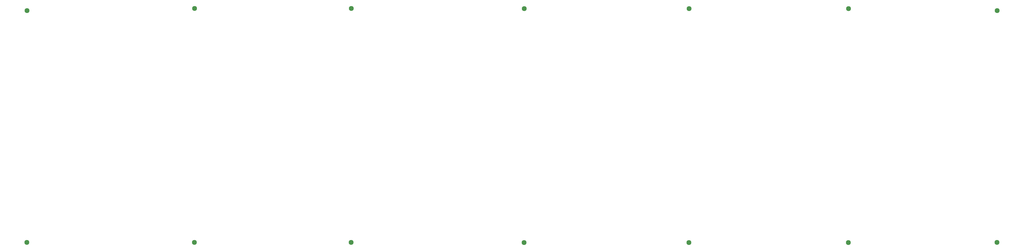
<source format=gbs>
G04 #@! TF.GenerationSoftware,KiCad,Pcbnew,(5.1.6)-1*
G04 #@! TF.CreationDate,2020-07-08T00:22:04-04:00*
G04 #@! TF.ProjectId,railroad-keyboard-bottom-plate,7261696c-726f-4616-942d-6b6579626f61,rev?*
G04 #@! TF.SameCoordinates,Original*
G04 #@! TF.FileFunction,Soldermask,Bot*
G04 #@! TF.FilePolarity,Negative*
%FSLAX46Y46*%
G04 Gerber Fmt 4.6, Leading zero omitted, Abs format (unit mm)*
G04 Created by KiCad (PCBNEW (5.1.6)-1) date 2020-07-08 00:22:04*
%MOMM*%
%LPD*%
G01*
G04 APERTURE LIST*
%ADD10C,2.300000*%
G04 APERTURE END LIST*
D10*
G04 #@! TO.C,REF\u002A\u002A*
X-5302250Y-225933000D03*
G04 #@! TD*
G04 #@! TO.C,REF\u002A\u002A*
X450754750Y-116713000D03*
G04 #@! TD*
G04 #@! TO.C,REF\u002A\u002A*
X305974750Y-115824000D03*
G04 #@! TD*
G04 #@! TO.C,REF\u002A\u002A*
X305847750Y-226060000D03*
G04 #@! TD*
G04 #@! TO.C,REF\u002A\u002A*
X147224750Y-115697000D03*
G04 #@! TD*
G04 #@! TO.C,REF\u002A\u002A*
X147097750Y-225933000D03*
G04 #@! TD*
G04 #@! TO.C,REF\u002A\u002A*
X73564750Y-115697000D03*
G04 #@! TD*
G04 #@! TO.C,REF\u002A\u002A*
X73437750Y-225933000D03*
G04 #@! TD*
G04 #@! TO.C,REF\u002A\u002A*
X380904750Y-115824000D03*
G04 #@! TD*
G04 #@! TO.C,REF\u002A\u002A*
X380777750Y-226060000D03*
G04 #@! TD*
G04 #@! TO.C,REF\u002A\u002A*
X-5175250Y-116713000D03*
G04 #@! TD*
G04 #@! TO.C,REF\u002A\u002A*
X228377750Y-226060000D03*
G04 #@! TD*
G04 #@! TO.C,REF\u002A\u002A*
X228504750Y-115824000D03*
G04 #@! TD*
G04 #@! TO.C,REF\u002A\u002A*
X450627750Y-225933000D03*
G04 #@! TD*
M02*

</source>
